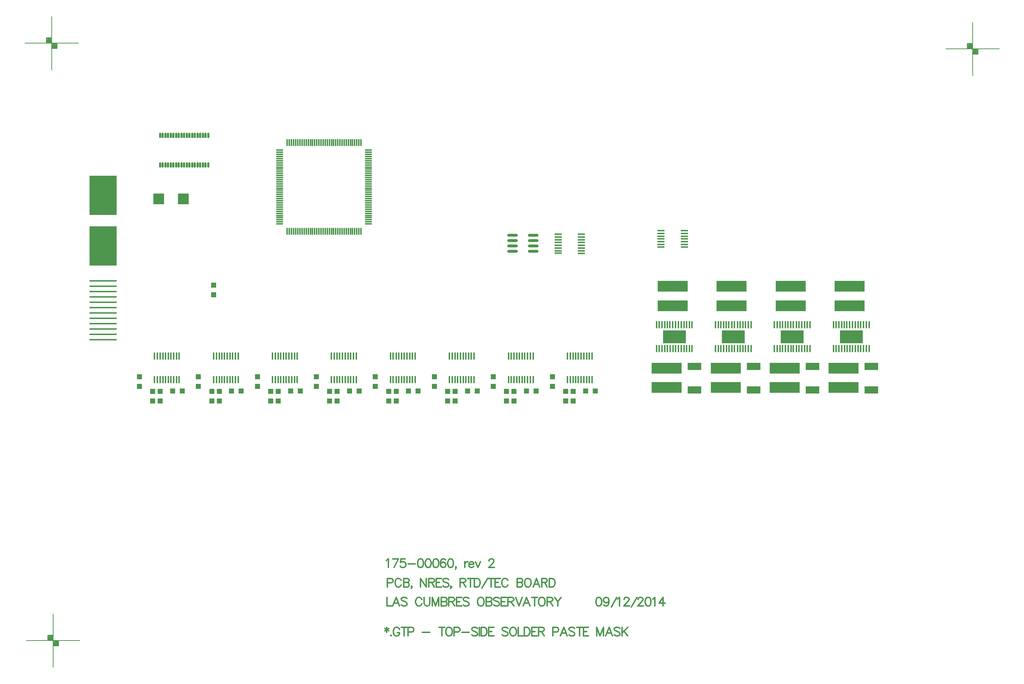
<source format=gtp>
%FSLAX23Y23*%
%MOIN*%
G70*
G01*
G75*
G04 Layer_Color=8421504*
%ADD10R,0.217X0.120*%
%ADD11R,0.012X0.065*%
%ADD12R,0.065X0.012*%
%ADD13O,0.071X0.012*%
%ADD14O,0.012X0.071*%
%ADD15O,0.098X0.028*%
%ADD16R,0.280X0.100*%
%ADD17R,0.100X0.100*%
%ADD18R,0.264X0.030*%
%ADD19R,0.264X0.383*%
G04:AMPARAMS|DCode=20|XSize=17mil|YSize=50mil|CornerRadius=5mil|HoleSize=0mil|Usage=FLASHONLY|Rotation=180.000|XOffset=0mil|YOffset=0mil|HoleType=Round|Shape=RoundedRectangle|*
%AMROUNDEDRECTD20*
21,1,0.017,0.040,0,0,180.0*
21,1,0.007,0.050,0,0,180.0*
1,1,0.010,-0.003,0.020*
1,1,0.010,0.003,0.020*
1,1,0.010,0.003,-0.020*
1,1,0.010,-0.003,-0.020*
%
%ADD20ROUNDEDRECTD20*%
%ADD21R,0.126X0.071*%
%ADD22R,0.050X0.050*%
%ADD23R,0.050X0.050*%
%ADD24C,0.005*%
%ADD25C,0.010*%
%ADD26C,0.030*%
%ADD27C,0.050*%
%ADD28C,0.025*%
%ADD29C,0.012*%
%ADD30C,0.008*%
%ADD31C,0.012*%
%ADD32C,0.012*%
%ADD33C,0.060*%
%ADD34R,0.060X0.060*%
%ADD35C,0.024*%
%ADD36C,0.070*%
%ADD37R,0.115X0.115*%
%ADD38C,0.115*%
%ADD39C,0.080*%
%ADD40C,0.050*%
%ADD41C,0.094*%
%ADD42C,0.079*%
%ADD43R,0.079X0.079*%
%ADD44C,0.059*%
%ADD45R,0.059X0.059*%
%ADD46C,0.020*%
%ADD47C,0.040*%
%ADD48C,0.100*%
G04:AMPARAMS|DCode=49|XSize=90mil|YSize=90mil|CornerRadius=0mil|HoleSize=0mil|Usage=FLASHONLY|Rotation=0.000|XOffset=0mil|YOffset=0mil|HoleType=Round|Shape=Relief|Width=10mil|Gap=10mil|Entries=4|*
%AMTHD49*
7,0,0,0.090,0.070,0.010,45*
%
%ADD49THD49*%
G04:AMPARAMS|DCode=50|XSize=100mil|YSize=100mil|CornerRadius=0mil|HoleSize=0mil|Usage=FLASHONLY|Rotation=0.000|XOffset=0mil|YOffset=0mil|HoleType=Round|Shape=Relief|Width=10mil|Gap=10mil|Entries=4|*
%AMTHD50*
7,0,0,0.100,0.080,0.010,45*
%
%ADD50THD50*%
G04:AMPARAMS|DCode=51|XSize=138mil|YSize=138mil|CornerRadius=0mil|HoleSize=0mil|Usage=FLASHONLY|Rotation=0.000|XOffset=0mil|YOffset=0mil|HoleType=Round|Shape=Relief|Width=10mil|Gap=10mil|Entries=4|*
%AMTHD51*
7,0,0,0.138,0.118,0.010,45*
%
%ADD51THD51*%
%ADD52C,0.118*%
%ADD53C,0.092*%
%ADD54C,0.072*%
%ADD55C,0.134*%
%ADD56C,0.079*%
%ADD57C,0.075*%
G04:AMPARAMS|DCode=58|XSize=107.244mil|YSize=107.244mil|CornerRadius=0mil|HoleSize=0mil|Usage=FLASHONLY|Rotation=0.000|XOffset=0mil|YOffset=0mil|HoleType=Round|Shape=Relief|Width=10mil|Gap=10mil|Entries=4|*
%AMTHD58*
7,0,0,0.107,0.087,0.010,45*
%
%ADD58THD58*%
%ADD59C,0.087*%
G04:AMPARAMS|DCode=60|XSize=112mil|YSize=112mil|CornerRadius=0mil|HoleSize=0mil|Usage=FLASHONLY|Rotation=0.000|XOffset=0mil|YOffset=0mil|HoleType=Round|Shape=Relief|Width=10mil|Gap=10mil|Entries=4|*
%AMTHD60*
7,0,0,0.112,0.092,0.010,45*
%
%ADD60THD60*%
G04:AMPARAMS|DCode=61|XSize=70mil|YSize=70mil|CornerRadius=0mil|HoleSize=0mil|Usage=FLASHONLY|Rotation=0.000|XOffset=0mil|YOffset=0mil|HoleType=Round|Shape=Relief|Width=10mil|Gap=10mil|Entries=4|*
%AMTHD61*
7,0,0,0.070,0.050,0.010,45*
%
%ADD61THD61*%
%ADD62C,0.068*%
G04:AMPARAMS|DCode=63|XSize=88mil|YSize=88mil|CornerRadius=0mil|HoleSize=0mil|Usage=FLASHONLY|Rotation=0.000|XOffset=0mil|YOffset=0mil|HoleType=Round|Shape=Relief|Width=10mil|Gap=10mil|Entries=4|*
%AMTHD63*
7,0,0,0.088,0.068,0.010,45*
%
%ADD63THD63*%
%ADD64C,0.020*%
%ADD65C,0.054*%
G04:AMPARAMS|DCode=66|XSize=92mil|YSize=92mil|CornerRadius=0mil|HoleSize=0mil|Usage=FLASHONLY|Rotation=0.000|XOffset=0mil|YOffset=0mil|HoleType=Round|Shape=Relief|Width=10mil|Gap=10mil|Entries=4|*
%AMTHD66*
7,0,0,0.092,0.072,0.010,45*
%
%ADD66THD66*%
G04:AMPARAMS|DCode=67|XSize=95.433mil|YSize=95.433mil|CornerRadius=0mil|HoleSize=0mil|Usage=FLASHONLY|Rotation=0.000|XOffset=0mil|YOffset=0mil|HoleType=Round|Shape=Relief|Width=10mil|Gap=10mil|Entries=4|*
%AMTHD67*
7,0,0,0.095,0.075,0.010,45*
%
%ADD67THD67*%
%ADD68R,0.045X0.017*%
%ADD69R,0.024X0.037*%
%ADD70O,0.061X0.010*%
%ADD71R,0.017X0.045*%
%ADD72C,0.006*%
%ADD73C,0.010*%
%ADD74C,0.008*%
%ADD75C,0.024*%
%ADD76C,0.010*%
%ADD77C,0.007*%
%ADD78C,0.004*%
%ADD79R,0.222X0.128*%
%ADD80R,0.252X0.018*%
%ADD81R,0.252X0.371*%
D10*
X16244Y11476D02*
D03*
X17898Y11476D02*
D03*
X17346Y11476D02*
D03*
X16795D02*
D03*
D11*
X16078Y11589D02*
D03*
X16103D02*
D03*
X16129D02*
D03*
X16155D02*
D03*
X16178D02*
D03*
X16202D02*
D03*
X16229D02*
D03*
X16255D02*
D03*
X16078Y11364D02*
D03*
X16103D02*
D03*
X16129D02*
D03*
X16155D02*
D03*
X16180D02*
D03*
X16206D02*
D03*
X16231D02*
D03*
X16255D02*
D03*
X16282D02*
D03*
X16308D02*
D03*
X16334D02*
D03*
X16359D02*
D03*
X16385D02*
D03*
X16410D02*
D03*
Y11589D02*
D03*
X16385D02*
D03*
X16359D02*
D03*
X16334D02*
D03*
X16308D02*
D03*
X16282D02*
D03*
X11617Y11294D02*
D03*
X11592D02*
D03*
X11566D02*
D03*
X11540D02*
D03*
X11515D02*
D03*
X11489D02*
D03*
X11464D02*
D03*
X11617Y11075D02*
D03*
X11592D02*
D03*
X11566D02*
D03*
X11540D02*
D03*
X11515D02*
D03*
X11489D02*
D03*
X11464D02*
D03*
X11440D02*
D03*
Y11294D02*
D03*
X11412Y11075D02*
D03*
Y11294D02*
D03*
X11387Y11075D02*
D03*
Y11294D02*
D03*
X17731Y11589D02*
D03*
X17757D02*
D03*
X17782D02*
D03*
X17808D02*
D03*
X17832D02*
D03*
X17855D02*
D03*
X17883D02*
D03*
X17908D02*
D03*
X17731Y11364D02*
D03*
X17757D02*
D03*
X17782D02*
D03*
X17808D02*
D03*
X17834D02*
D03*
X17859D02*
D03*
X17885D02*
D03*
X17908D02*
D03*
X17936D02*
D03*
X17962D02*
D03*
X17987D02*
D03*
X18013D02*
D03*
X18038D02*
D03*
X18064D02*
D03*
Y11589D02*
D03*
X18038D02*
D03*
X18013D02*
D03*
X17987D02*
D03*
X17962D02*
D03*
X17936D02*
D03*
X17180Y11589D02*
D03*
X17206D02*
D03*
X17231D02*
D03*
X17257D02*
D03*
X17281D02*
D03*
X17304D02*
D03*
X17332D02*
D03*
X17357D02*
D03*
X17180Y11364D02*
D03*
X17206D02*
D03*
X17231D02*
D03*
X17257D02*
D03*
X17282D02*
D03*
X17308D02*
D03*
X17334D02*
D03*
X17357D02*
D03*
X17385D02*
D03*
X17410D02*
D03*
X17436D02*
D03*
X17462D02*
D03*
X17487D02*
D03*
X17513D02*
D03*
Y11589D02*
D03*
X17487D02*
D03*
X17462D02*
D03*
X17436D02*
D03*
X17410D02*
D03*
X17385D02*
D03*
X16629D02*
D03*
X16655D02*
D03*
X16680D02*
D03*
X16706D02*
D03*
X16729D02*
D03*
X16753D02*
D03*
X16781D02*
D03*
X16806D02*
D03*
X16629Y11364D02*
D03*
X16655D02*
D03*
X16680D02*
D03*
X16706D02*
D03*
X16731D02*
D03*
X16757D02*
D03*
X16782D02*
D03*
X16806D02*
D03*
X16834D02*
D03*
X16859D02*
D03*
X16885D02*
D03*
X16910D02*
D03*
X16936D02*
D03*
X16962D02*
D03*
Y11589D02*
D03*
X16936D02*
D03*
X16910D02*
D03*
X16885D02*
D03*
X16859D02*
D03*
X16834D02*
D03*
X15450Y11075D02*
D03*
X15373D02*
D03*
X15399D02*
D03*
X15424D02*
D03*
X15475D02*
D03*
Y11294D02*
D03*
X15450D02*
D03*
X15424D02*
D03*
X15399D02*
D03*
X15373D02*
D03*
X15347D02*
D03*
X15322D02*
D03*
X15347Y11075D02*
D03*
X15322D02*
D03*
X15298D02*
D03*
Y11294D02*
D03*
X15271Y11075D02*
D03*
Y11294D02*
D03*
X15245Y11075D02*
D03*
Y11294D02*
D03*
X14847Y11294D02*
D03*
X14873D02*
D03*
X14924D02*
D03*
X14899D02*
D03*
X14822D02*
D03*
X14796D02*
D03*
X14771D02*
D03*
Y11075D02*
D03*
X14747D02*
D03*
Y11294D02*
D03*
X14719Y11075D02*
D03*
Y11294D02*
D03*
X14694Y11075D02*
D03*
Y11294D02*
D03*
X14924Y11075D02*
D03*
X14847D02*
D03*
X14822D02*
D03*
X14796D02*
D03*
X14873D02*
D03*
X14899D02*
D03*
X14373Y11294D02*
D03*
X14347D02*
D03*
X14271D02*
D03*
X14245D02*
D03*
X14219D02*
D03*
Y11075D02*
D03*
X14196D02*
D03*
Y11294D02*
D03*
X14168Y11075D02*
D03*
Y11294D02*
D03*
X14143Y11075D02*
D03*
Y11294D02*
D03*
X14373Y11075D02*
D03*
X14296D02*
D03*
X14271D02*
D03*
X14245D02*
D03*
X14322D02*
D03*
X14347D02*
D03*
X14322Y11294D02*
D03*
X14296D02*
D03*
X13822D02*
D03*
X13796D02*
D03*
X13771D02*
D03*
X13745D02*
D03*
X13719D02*
D03*
X13694D02*
D03*
X13668D02*
D03*
X13822Y11075D02*
D03*
X13796D02*
D03*
X13771D02*
D03*
X13745D02*
D03*
X13719D02*
D03*
X13694D02*
D03*
X13668D02*
D03*
X13645D02*
D03*
Y11294D02*
D03*
X13617Y11075D02*
D03*
Y11294D02*
D03*
X13592Y11075D02*
D03*
Y11294D02*
D03*
X13271D02*
D03*
X13245D02*
D03*
X13219D02*
D03*
X13194D02*
D03*
X13168D02*
D03*
X13143D02*
D03*
X13117D02*
D03*
X13271Y11075D02*
D03*
X13245D02*
D03*
X13219D02*
D03*
X13194D02*
D03*
X13168D02*
D03*
X13143D02*
D03*
X13117D02*
D03*
X13093D02*
D03*
Y11294D02*
D03*
X13066Y11075D02*
D03*
Y11294D02*
D03*
X13040Y11075D02*
D03*
Y11294D02*
D03*
X12668D02*
D03*
X12643D02*
D03*
X12719D02*
D03*
X12694D02*
D03*
X12617D02*
D03*
X12592D02*
D03*
X12566D02*
D03*
X12719Y11075D02*
D03*
X12694D02*
D03*
X12668D02*
D03*
X12643D02*
D03*
X12617D02*
D03*
X12592D02*
D03*
X12566D02*
D03*
X12542D02*
D03*
Y11294D02*
D03*
X12515Y11075D02*
D03*
Y11294D02*
D03*
X12489Y11075D02*
D03*
Y11294D02*
D03*
X12168Y11075D02*
D03*
X12143D02*
D03*
X12040D02*
D03*
X12066D02*
D03*
X12092D02*
D03*
X12117D02*
D03*
X12168Y11294D02*
D03*
X12143D02*
D03*
X12117D02*
D03*
X12092D02*
D03*
X12066D02*
D03*
X12040D02*
D03*
X12015D02*
D03*
Y11075D02*
D03*
X11991D02*
D03*
Y11294D02*
D03*
X11964Y11075D02*
D03*
Y11294D02*
D03*
X11938Y11075D02*
D03*
Y11294D02*
D03*
D12*
X15376Y12255D02*
D03*
Y12408D02*
D03*
Y12434D02*
D03*
Y12280D02*
D03*
X15158Y12257D02*
D03*
Y12280D02*
D03*
Y12306D02*
D03*
Y12332D02*
D03*
Y12357D02*
D03*
Y12383D02*
D03*
Y12408D02*
D03*
Y12434D02*
D03*
X15376Y12383D02*
D03*
Y12359D02*
D03*
Y12332D02*
D03*
Y12306D02*
D03*
X16120Y12467D02*
D03*
Y12442D02*
D03*
Y12416D02*
D03*
Y12391D02*
D03*
Y12365D02*
D03*
Y12339D02*
D03*
Y12314D02*
D03*
X16339Y12467D02*
D03*
Y12442D02*
D03*
Y12416D02*
D03*
Y12391D02*
D03*
Y12365D02*
D03*
Y12339D02*
D03*
Y12314D02*
D03*
D13*
X12556Y13221D02*
D03*
Y13201D02*
D03*
Y13063D02*
D03*
Y12965D02*
D03*
Y12945D02*
D03*
Y12925D02*
D03*
Y12906D02*
D03*
Y12886D02*
D03*
Y12866D02*
D03*
Y12847D02*
D03*
Y12827D02*
D03*
Y12807D02*
D03*
Y12788D02*
D03*
Y12768D02*
D03*
Y12748D02*
D03*
Y12729D02*
D03*
Y12709D02*
D03*
Y12689D02*
D03*
Y12670D02*
D03*
Y12650D02*
D03*
Y12630D02*
D03*
Y12610D02*
D03*
Y12591D02*
D03*
Y12571D02*
D03*
Y12551D02*
D03*
Y12532D02*
D03*
X13387D02*
D03*
Y12551D02*
D03*
Y12571D02*
D03*
Y12591D02*
D03*
Y12610D02*
D03*
Y12630D02*
D03*
Y12650D02*
D03*
Y12670D02*
D03*
Y12689D02*
D03*
Y12709D02*
D03*
Y12729D02*
D03*
Y12748D02*
D03*
Y12768D02*
D03*
Y12788D02*
D03*
Y12807D02*
D03*
Y12827D02*
D03*
Y12847D02*
D03*
Y12866D02*
D03*
Y12886D02*
D03*
Y12906D02*
D03*
Y12925D02*
D03*
Y12945D02*
D03*
Y12965D02*
D03*
Y12984D02*
D03*
Y13004D02*
D03*
Y13024D02*
D03*
Y13044D02*
D03*
Y13063D02*
D03*
Y13083D02*
D03*
Y13103D02*
D03*
Y13122D02*
D03*
Y13142D02*
D03*
Y13162D02*
D03*
Y13181D02*
D03*
Y13201D02*
D03*
Y13221D02*
D03*
X12556Y13181D02*
D03*
Y13083D02*
D03*
Y13044D02*
D03*
Y13024D02*
D03*
Y13004D02*
D03*
Y12984D02*
D03*
Y13103D02*
D03*
Y13122D02*
D03*
Y13142D02*
D03*
Y13162D02*
D03*
D14*
X12903Y12461D02*
D03*
X12883D02*
D03*
X12785D02*
D03*
X12804D02*
D03*
X12824D02*
D03*
X12844D02*
D03*
X12962D02*
D03*
X12903Y13292D02*
D03*
X12883D02*
D03*
X12863D02*
D03*
X12824D02*
D03*
X12647D02*
D03*
X12667D02*
D03*
X12686D02*
D03*
X12726D02*
D03*
X12745D02*
D03*
X12804D02*
D03*
X12923D02*
D03*
X12627Y12461D02*
D03*
X12647D02*
D03*
X12667D02*
D03*
X12686D02*
D03*
X12706D02*
D03*
X12726D02*
D03*
X12745D02*
D03*
X12765D02*
D03*
X12863D02*
D03*
X12923D02*
D03*
X12942D02*
D03*
X12982D02*
D03*
X13001D02*
D03*
X13021D02*
D03*
X13041D02*
D03*
X13060D02*
D03*
X13080D02*
D03*
X13100D02*
D03*
X13119D02*
D03*
X13139D02*
D03*
X13159D02*
D03*
X13178D02*
D03*
X13198D02*
D03*
X13218D02*
D03*
X13237D02*
D03*
X13257D02*
D03*
X13277D02*
D03*
X13297D02*
D03*
X13316D02*
D03*
Y13292D02*
D03*
X13297D02*
D03*
X13277D02*
D03*
X13257D02*
D03*
X13237D02*
D03*
X13218D02*
D03*
X13198D02*
D03*
X13178D02*
D03*
X13159D02*
D03*
X13139D02*
D03*
X13119D02*
D03*
X13100D02*
D03*
X13080D02*
D03*
X13060D02*
D03*
X13041D02*
D03*
X13021D02*
D03*
X13001D02*
D03*
X12982D02*
D03*
X12962D02*
D03*
X12942D02*
D03*
X12844D02*
D03*
X12785D02*
D03*
X12765D02*
D03*
X12706D02*
D03*
X12627D02*
D03*
D15*
X14731Y12426D02*
D03*
Y12376D02*
D03*
Y12326D02*
D03*
Y12276D02*
D03*
X14924Y12426D02*
D03*
Y12376D02*
D03*
Y12326D02*
D03*
Y12276D02*
D03*
D16*
X16228Y11766D02*
D03*
Y11947D02*
D03*
X17827Y11182D02*
D03*
Y11001D02*
D03*
X17276Y11182D02*
D03*
Y11001D02*
D03*
X16724Y11182D02*
D03*
Y11001D02*
D03*
X16173Y11182D02*
D03*
Y11001D02*
D03*
X17882Y11766D02*
D03*
Y11947D02*
D03*
X17331Y11766D02*
D03*
Y11947D02*
D03*
X16780Y11766D02*
D03*
Y11947D02*
D03*
D17*
X11427Y12766D02*
D03*
X11657D02*
D03*
D20*
X11888Y13360D02*
D03*
X11863D02*
D03*
X11838D02*
D03*
X11813D02*
D03*
X11788D02*
D03*
X11763D02*
D03*
X11738D02*
D03*
X11713D02*
D03*
X11688D02*
D03*
X11663D02*
D03*
X11638D02*
D03*
X11613D02*
D03*
X11588D02*
D03*
X11563D02*
D03*
X11538D02*
D03*
X11513D02*
D03*
X11488D02*
D03*
X11463D02*
D03*
X11888Y13082D02*
D03*
X11863D02*
D03*
X11838D02*
D03*
X11813D02*
D03*
X11788D02*
D03*
X11763D02*
D03*
X11738D02*
D03*
X11713D02*
D03*
X11688D02*
D03*
X11663D02*
D03*
X11638D02*
D03*
X11613D02*
D03*
X11588D02*
D03*
X11563D02*
D03*
X11538D02*
D03*
X11513D02*
D03*
X11488D02*
D03*
X11463D02*
D03*
X11438D02*
D03*
Y13360D02*
D03*
D21*
X16433Y11198D02*
D03*
Y10978D02*
D03*
X18087Y11198D02*
D03*
Y10978D02*
D03*
X17535Y11198D02*
D03*
Y10978D02*
D03*
X16984Y11198D02*
D03*
Y10978D02*
D03*
D22*
X15298Y10965D02*
D03*
Y10875D02*
D03*
X14747Y10965D02*
D03*
Y10875D02*
D03*
X14196Y10965D02*
D03*
Y10875D02*
D03*
X13644Y10965D02*
D03*
Y10875D02*
D03*
X13093Y10965D02*
D03*
Y10875D02*
D03*
X12542Y10965D02*
D03*
Y10875D02*
D03*
X11991Y10965D02*
D03*
Y10875D02*
D03*
X11440Y10965D02*
D03*
Y10875D02*
D03*
X15228Y10965D02*
D03*
Y10875D02*
D03*
X14677Y10965D02*
D03*
Y10875D02*
D03*
X14126Y10965D02*
D03*
Y10875D02*
D03*
X13574Y10965D02*
D03*
Y10875D02*
D03*
X13023Y10965D02*
D03*
Y10875D02*
D03*
X12472Y10965D02*
D03*
Y10875D02*
D03*
X11921Y10965D02*
D03*
Y10875D02*
D03*
X11370Y10965D02*
D03*
Y10875D02*
D03*
X15104Y11101D02*
D03*
Y11011D02*
D03*
X14553Y11101D02*
D03*
Y11011D02*
D03*
X14002Y11101D02*
D03*
Y11011D02*
D03*
X13450Y11101D02*
D03*
Y11011D02*
D03*
X12899Y11101D02*
D03*
Y11011D02*
D03*
X12348Y11101D02*
D03*
Y11011D02*
D03*
X11797Y11101D02*
D03*
Y11011D02*
D03*
X11246Y11101D02*
D03*
Y11011D02*
D03*
X11940Y11958D02*
D03*
Y11868D02*
D03*
D23*
X15414Y10969D02*
D03*
X15504D02*
D03*
X14863D02*
D03*
X14953D02*
D03*
X14312D02*
D03*
X14402D02*
D03*
X13760D02*
D03*
X13850D02*
D03*
X13209D02*
D03*
X13299D02*
D03*
X12658D02*
D03*
X12748D02*
D03*
X12107D02*
D03*
X12197D02*
D03*
X11556D02*
D03*
X11646D02*
D03*
D30*
X10394Y14246D02*
X10404D01*
X10394Y14241D02*
Y14251D01*
Y14241D02*
X10404D01*
Y14251D01*
X10394D02*
X10404D01*
X10389Y14236D02*
Y14251D01*
Y14236D02*
X10409D01*
Y14256D01*
X10389D02*
X10409D01*
X10384Y14231D02*
Y14256D01*
Y14231D02*
X10414D01*
Y14261D01*
X10384D02*
X10414D01*
X10379Y14226D02*
Y14266D01*
Y14226D02*
X10419D01*
Y14266D01*
X10379D02*
X10419D01*
X10444Y14196D02*
X10454D01*
X10444Y14191D02*
Y14201D01*
Y14191D02*
X10454D01*
Y14201D01*
X10444D02*
X10454D01*
X10439Y14186D02*
Y14201D01*
Y14186D02*
X10459D01*
Y14206D01*
X10439D02*
X10459D01*
X10434Y14181D02*
Y14206D01*
Y14181D02*
X10464D01*
Y14211D01*
X10434D02*
X10464D01*
X10429Y14176D02*
Y14216D01*
Y14176D02*
X10469D01*
Y14216D01*
X10429D02*
X10469D01*
X10424Y14171D02*
X10474D01*
Y14221D01*
X10374Y14271D02*
X10424D01*
X10374Y14221D02*
Y14271D01*
X10424Y13971D02*
Y14471D01*
X10174Y14221D02*
X10674D01*
X19002Y14192D02*
X19012D01*
X19002Y14187D02*
Y14197D01*
Y14187D02*
X19012D01*
Y14197D01*
X19002D02*
X19012D01*
X18997Y14182D02*
Y14197D01*
Y14182D02*
X19017D01*
Y14202D01*
X18997D02*
X19017D01*
X18992Y14177D02*
Y14202D01*
Y14177D02*
X19022D01*
Y14207D01*
X18992D02*
X19022D01*
X18987Y14172D02*
Y14212D01*
Y14172D02*
X19027D01*
Y14212D01*
X18987D02*
X19027D01*
X19052Y14142D02*
X19062D01*
X19052Y14137D02*
Y14147D01*
Y14137D02*
X19062D01*
Y14147D01*
X19052D02*
X19062D01*
X19047Y14132D02*
Y14147D01*
Y14132D02*
X19067D01*
Y14152D01*
X19047D02*
X19067D01*
X19042Y14127D02*
Y14152D01*
Y14127D02*
X19072D01*
Y14157D01*
X19042D02*
X19072D01*
X19037Y14122D02*
Y14162D01*
Y14122D02*
X19077D01*
Y14162D01*
X19037D02*
X19077D01*
X19032Y14117D02*
X19082D01*
Y14167D01*
X18982Y14217D02*
X19032D01*
X18982Y14167D02*
Y14217D01*
X19032Y13917D02*
Y14417D01*
X18782Y14167D02*
X19282D01*
X10410Y8660D02*
X10420D01*
X10410Y8655D02*
Y8665D01*
Y8655D02*
X10420D01*
Y8665D01*
X10410D02*
X10420D01*
X10405Y8650D02*
Y8665D01*
Y8650D02*
X10425D01*
Y8670D01*
X10405D02*
X10425D01*
X10400Y8645D02*
Y8670D01*
Y8645D02*
X10430D01*
Y8675D01*
X10400D02*
X10430D01*
X10395Y8640D02*
Y8680D01*
Y8640D02*
X10435D01*
Y8680D01*
X10395D02*
X10435D01*
X10460Y8610D02*
X10470D01*
X10460Y8605D02*
Y8615D01*
Y8605D02*
X10470D01*
Y8615D01*
X10460D02*
X10470D01*
X10455Y8600D02*
Y8615D01*
Y8600D02*
X10475D01*
Y8620D01*
X10455D02*
X10475D01*
X10450Y8595D02*
Y8620D01*
Y8595D02*
X10480D01*
Y8625D01*
X10450D02*
X10480D01*
X10445Y8590D02*
Y8630D01*
Y8590D02*
X10485D01*
Y8630D01*
X10445D02*
X10485D01*
X10440Y8585D02*
X10490D01*
Y8635D01*
X10390Y8685D02*
X10440D01*
X10390Y8635D02*
Y8685D01*
X10440Y8385D02*
Y8885D01*
X10190Y8635D02*
X10690D01*
D31*
X13559Y9039D02*
Y8959D01*
X13605D01*
X13674D02*
X13644Y9039D01*
X13613Y8959D01*
X13625Y8985D02*
X13663D01*
X13746Y9027D02*
X13739Y9035D01*
X13727Y9039D01*
X13712D01*
X13701Y9035D01*
X13693Y9027D01*
Y9020D01*
X13697Y9012D01*
X13701Y9008D01*
X13708Y9004D01*
X13731Y8997D01*
X13739Y8993D01*
X13743Y8989D01*
X13746Y8981D01*
Y8970D01*
X13739Y8962D01*
X13727Y8959D01*
X13712D01*
X13701Y8962D01*
X13693Y8970D01*
X13884Y9020D02*
X13880Y9027D01*
X13873Y9035D01*
X13865Y9039D01*
X13850D01*
X13842Y9035D01*
X13835Y9027D01*
X13831Y9020D01*
X13827Y9008D01*
Y8989D01*
X13831Y8978D01*
X13835Y8970D01*
X13842Y8962D01*
X13850Y8959D01*
X13865D01*
X13873Y8962D01*
X13880Y8970D01*
X13884Y8978D01*
X13907Y9039D02*
Y8981D01*
X13911Y8970D01*
X13918Y8962D01*
X13930Y8959D01*
X13937D01*
X13949Y8962D01*
X13956Y8970D01*
X13960Y8981D01*
Y9039D01*
X13982D02*
Y8959D01*
Y9039D02*
X14013Y8959D01*
X14043Y9039D02*
X14013Y8959D01*
X14043Y9039D02*
Y8959D01*
X14066Y9039D02*
Y8959D01*
Y9039D02*
X14100D01*
X14112Y9035D01*
X14115Y9031D01*
X14119Y9023D01*
Y9016D01*
X14115Y9008D01*
X14112Y9004D01*
X14100Y9000D01*
X14066D02*
X14100D01*
X14112Y8997D01*
X14115Y8993D01*
X14119Y8985D01*
Y8974D01*
X14115Y8966D01*
X14112Y8962D01*
X14100Y8959D01*
X14066D01*
X14137Y9039D02*
Y8959D01*
Y9039D02*
X14171D01*
X14183Y9035D01*
X14187Y9031D01*
X14191Y9023D01*
Y9016D01*
X14187Y9008D01*
X14183Y9004D01*
X14171Y9000D01*
X14137D01*
X14164D02*
X14191Y8959D01*
X14258Y9039D02*
X14208D01*
Y8959D01*
X14258D01*
X14208Y9000D02*
X14239D01*
X14325Y9027D02*
X14317Y9035D01*
X14306Y9039D01*
X14290D01*
X14279Y9035D01*
X14271Y9027D01*
Y9020D01*
X14275Y9012D01*
X14279Y9008D01*
X14286Y9004D01*
X14309Y8997D01*
X14317Y8993D01*
X14321Y8989D01*
X14325Y8981D01*
Y8970D01*
X14317Y8962D01*
X14306Y8959D01*
X14290D01*
X14279Y8962D01*
X14271Y8970D01*
X14428Y9039D02*
X14421Y9035D01*
X14413Y9027D01*
X14409Y9020D01*
X14405Y9008D01*
Y8989D01*
X14409Y8978D01*
X14413Y8970D01*
X14421Y8962D01*
X14428Y8959D01*
X14443D01*
X14451Y8962D01*
X14459Y8970D01*
X14462Y8978D01*
X14466Y8989D01*
Y9008D01*
X14462Y9020D01*
X14459Y9027D01*
X14451Y9035D01*
X14443Y9039D01*
X14428D01*
X14485D02*
Y8959D01*
Y9039D02*
X14519D01*
X14531Y9035D01*
X14534Y9031D01*
X14538Y9023D01*
Y9016D01*
X14534Y9008D01*
X14531Y9004D01*
X14519Y9000D01*
X14485D02*
X14519D01*
X14531Y8997D01*
X14534Y8993D01*
X14538Y8985D01*
Y8974D01*
X14534Y8966D01*
X14531Y8962D01*
X14519Y8959D01*
X14485D01*
X14609Y9027D02*
X14602Y9035D01*
X14590Y9039D01*
X14575D01*
X14564Y9035D01*
X14556Y9027D01*
Y9020D01*
X14560Y9012D01*
X14564Y9008D01*
X14571Y9004D01*
X14594Y8997D01*
X14602Y8993D01*
X14606Y8989D01*
X14609Y8981D01*
Y8970D01*
X14602Y8962D01*
X14590Y8959D01*
X14575D01*
X14564Y8962D01*
X14556Y8970D01*
X14677Y9039D02*
X14627D01*
Y8959D01*
X14677D01*
X14627Y9000D02*
X14658D01*
X14690Y9039D02*
Y8959D01*
Y9039D02*
X14724D01*
X14736Y9035D01*
X14740Y9031D01*
X14744Y9023D01*
Y9016D01*
X14740Y9008D01*
X14736Y9004D01*
X14724Y9000D01*
X14690D01*
X14717D02*
X14744Y8959D01*
X14761Y9039D02*
X14792Y8959D01*
X14822Y9039D02*
X14792Y8959D01*
X14894D02*
X14863Y9039D01*
X14833Y8959D01*
X14844Y8985D02*
X14882D01*
X14939Y9039D02*
Y8959D01*
X14912Y9039D02*
X14966D01*
X14998D02*
X14990Y9035D01*
X14983Y9027D01*
X14979Y9020D01*
X14975Y9008D01*
Y8989D01*
X14979Y8978D01*
X14983Y8970D01*
X14990Y8962D01*
X14998Y8959D01*
X15013D01*
X15021Y8962D01*
X15028Y8970D01*
X15032Y8978D01*
X15036Y8989D01*
Y9008D01*
X15032Y9020D01*
X15028Y9027D01*
X15021Y9035D01*
X15013Y9039D01*
X14998D01*
X15055D02*
Y8959D01*
Y9039D02*
X15089D01*
X15100Y9035D01*
X15104Y9031D01*
X15108Y9023D01*
Y9016D01*
X15104Y9008D01*
X15100Y9004D01*
X15089Y9000D01*
X15055D01*
X15081D02*
X15108Y8959D01*
X15126Y9039D02*
X15156Y9000D01*
Y8959D01*
X15187Y9039D02*
X15156Y9000D01*
X15534Y9039D02*
X15523Y9035D01*
X15515Y9023D01*
X15511Y9004D01*
Y8993D01*
X15515Y8974D01*
X15523Y8962D01*
X15534Y8959D01*
X15542D01*
X15553Y8962D01*
X15561Y8974D01*
X15565Y8993D01*
Y9004D01*
X15561Y9023D01*
X15553Y9035D01*
X15542Y9039D01*
X15534D01*
X15632Y9012D02*
X15628Y9000D01*
X15621Y8993D01*
X15609Y8989D01*
X15605D01*
X15594Y8993D01*
X15586Y9000D01*
X15583Y9012D01*
Y9016D01*
X15586Y9027D01*
X15594Y9035D01*
X15605Y9039D01*
X15609D01*
X15621Y9035D01*
X15628Y9027D01*
X15632Y9012D01*
Y8993D01*
X15628Y8974D01*
X15621Y8962D01*
X15609Y8959D01*
X15602D01*
X15590Y8962D01*
X15586Y8970D01*
X15654Y8947D02*
X15707Y9039D01*
X15712Y9023D02*
X15720Y9027D01*
X15732Y9039D01*
Y8959D01*
X15775Y9020D02*
Y9023D01*
X15779Y9031D01*
X15783Y9035D01*
X15790Y9039D01*
X15805D01*
X15813Y9035D01*
X15817Y9031D01*
X15821Y9023D01*
Y9016D01*
X15817Y9008D01*
X15809Y8997D01*
X15771Y8959D01*
X15824D01*
X15842Y8947D02*
X15896Y9039D01*
X15905Y9020D02*
Y9023D01*
X15909Y9031D01*
X15912Y9035D01*
X15920Y9039D01*
X15935D01*
X15943Y9035D01*
X15947Y9031D01*
X15951Y9023D01*
Y9016D01*
X15947Y9008D01*
X15939Y8997D01*
X15901Y8959D01*
X15954D01*
X15995Y9039D02*
X15984Y9035D01*
X15976Y9023D01*
X15972Y9004D01*
Y8993D01*
X15976Y8974D01*
X15984Y8962D01*
X15995Y8959D01*
X16003D01*
X16014Y8962D01*
X16022Y8974D01*
X16026Y8993D01*
Y9004D01*
X16022Y9023D01*
X16014Y9035D01*
X16003Y9039D01*
X15995D01*
X16043Y9023D02*
X16051Y9027D01*
X16062Y9039D01*
Y8959D01*
X16140Y9039D02*
X16102Y8985D01*
X16159D01*
X16140Y9039D02*
Y8959D01*
D32*
X13557Y8758D02*
Y8712D01*
X13538Y8747D02*
X13576Y8724D01*
Y8747D02*
X13538Y8724D01*
X13596Y8686D02*
X13592Y8682D01*
X13596Y8678D01*
X13600Y8682D01*
X13596Y8686D01*
X13675Y8739D02*
X13671Y8747D01*
X13663Y8754D01*
X13656Y8758D01*
X13640D01*
X13633Y8754D01*
X13625Y8747D01*
X13621Y8739D01*
X13618Y8728D01*
Y8708D01*
X13621Y8697D01*
X13625Y8689D01*
X13633Y8682D01*
X13640Y8678D01*
X13656D01*
X13663Y8682D01*
X13671Y8689D01*
X13675Y8697D01*
Y8708D01*
X13656D02*
X13675D01*
X13720Y8758D02*
Y8678D01*
X13693Y8758D02*
X13746D01*
X13756Y8716D02*
X13790D01*
X13802Y8720D01*
X13805Y8724D01*
X13809Y8731D01*
Y8743D01*
X13805Y8750D01*
X13802Y8754D01*
X13790Y8758D01*
X13756D01*
Y8678D01*
X13890Y8712D02*
X13958D01*
X14072Y8758D02*
Y8678D01*
X14045Y8758D02*
X14098D01*
X14131D02*
X14123Y8754D01*
X14115Y8747D01*
X14112Y8739D01*
X14108Y8728D01*
Y8708D01*
X14112Y8697D01*
X14115Y8689D01*
X14123Y8682D01*
X14131Y8678D01*
X14146D01*
X14153Y8682D01*
X14161Y8689D01*
X14165Y8697D01*
X14169Y8708D01*
Y8728D01*
X14165Y8739D01*
X14161Y8747D01*
X14153Y8754D01*
X14146Y8758D01*
X14131D01*
X14187Y8716D02*
X14222D01*
X14233Y8720D01*
X14237Y8724D01*
X14241Y8731D01*
Y8743D01*
X14237Y8750D01*
X14233Y8754D01*
X14222Y8758D01*
X14187D01*
Y8678D01*
X14259Y8712D02*
X14327D01*
X14404Y8747D02*
X14396Y8754D01*
X14385Y8758D01*
X14370D01*
X14358Y8754D01*
X14351Y8747D01*
Y8739D01*
X14355Y8731D01*
X14358Y8728D01*
X14366Y8724D01*
X14389Y8716D01*
X14396Y8712D01*
X14400Y8708D01*
X14404Y8701D01*
Y8689D01*
X14396Y8682D01*
X14385Y8678D01*
X14370D01*
X14358Y8682D01*
X14351Y8689D01*
X14422Y8758D02*
Y8678D01*
X14439Y8758D02*
Y8678D01*
Y8758D02*
X14465D01*
X14477Y8754D01*
X14484Y8747D01*
X14488Y8739D01*
X14492Y8728D01*
Y8708D01*
X14488Y8697D01*
X14484Y8689D01*
X14477Y8682D01*
X14465Y8678D01*
X14439D01*
X14559Y8758D02*
X14510D01*
Y8678D01*
X14559D01*
X14510Y8720D02*
X14540D01*
X14689Y8747D02*
X14681Y8754D01*
X14670Y8758D01*
X14655D01*
X14643Y8754D01*
X14636Y8747D01*
Y8739D01*
X14639Y8731D01*
X14643Y8728D01*
X14651Y8724D01*
X14674Y8716D01*
X14681Y8712D01*
X14685Y8708D01*
X14689Y8701D01*
Y8689D01*
X14681Y8682D01*
X14670Y8678D01*
X14655D01*
X14643Y8682D01*
X14636Y8689D01*
X14730Y8758D02*
X14722Y8754D01*
X14715Y8747D01*
X14711Y8739D01*
X14707Y8728D01*
Y8708D01*
X14711Y8697D01*
X14715Y8689D01*
X14722Y8682D01*
X14730Y8678D01*
X14745D01*
X14753Y8682D01*
X14760Y8689D01*
X14764Y8697D01*
X14768Y8708D01*
Y8728D01*
X14764Y8739D01*
X14760Y8747D01*
X14753Y8754D01*
X14745Y8758D01*
X14730D01*
X14786D02*
Y8678D01*
X14832D01*
X14841Y8758D02*
Y8678D01*
Y8758D02*
X14868D01*
X14879Y8754D01*
X14887Y8747D01*
X14890Y8739D01*
X14894Y8728D01*
Y8708D01*
X14890Y8697D01*
X14887Y8689D01*
X14879Y8682D01*
X14868Y8678D01*
X14841D01*
X14962Y8758D02*
X14912D01*
Y8678D01*
X14962D01*
X14912Y8720D02*
X14943D01*
X14975Y8758D02*
Y8678D01*
Y8758D02*
X15009D01*
X15021Y8754D01*
X15025Y8750D01*
X15028Y8743D01*
Y8735D01*
X15025Y8728D01*
X15021Y8724D01*
X15009Y8720D01*
X14975D01*
X15002D02*
X15028Y8678D01*
X15109Y8716D02*
X15143D01*
X15155Y8720D01*
X15159Y8724D01*
X15162Y8731D01*
Y8743D01*
X15159Y8750D01*
X15155Y8754D01*
X15143Y8758D01*
X15109D01*
Y8678D01*
X15241D02*
X15211Y8758D01*
X15180Y8678D01*
X15192Y8705D02*
X15230D01*
X15313Y8747D02*
X15306Y8754D01*
X15294Y8758D01*
X15279D01*
X15268Y8754D01*
X15260Y8747D01*
Y8739D01*
X15264Y8731D01*
X15268Y8728D01*
X15275Y8724D01*
X15298Y8716D01*
X15306Y8712D01*
X15309Y8708D01*
X15313Y8701D01*
Y8689D01*
X15306Y8682D01*
X15294Y8678D01*
X15279D01*
X15268Y8682D01*
X15260Y8689D01*
X15358Y8758D02*
Y8678D01*
X15331Y8758D02*
X15384D01*
X15443D02*
X15394D01*
Y8678D01*
X15443D01*
X15394Y8720D02*
X15424D01*
X15520Y8758D02*
Y8678D01*
Y8758D02*
X15550Y8678D01*
X15581Y8758D02*
X15550Y8678D01*
X15581Y8758D02*
Y8678D01*
X15664D02*
X15634Y8758D01*
X15603Y8678D01*
X15615Y8705D02*
X15653D01*
X15736Y8747D02*
X15729Y8754D01*
X15717Y8758D01*
X15702D01*
X15691Y8754D01*
X15683Y8747D01*
Y8739D01*
X15687Y8731D01*
X15691Y8728D01*
X15698Y8724D01*
X15721Y8716D01*
X15729Y8712D01*
X15733Y8708D01*
X15736Y8701D01*
Y8689D01*
X15729Y8682D01*
X15717Y8678D01*
X15702D01*
X15691Y8682D01*
X15683Y8689D01*
X15754Y8758D02*
Y8678D01*
X15808Y8758D02*
X15754Y8705D01*
X15773Y8724D02*
X15808Y8678D01*
X13553Y9383D02*
X13560Y9387D01*
X13572Y9398D01*
Y9318D01*
X13665Y9398D02*
X13627Y9318D01*
X13611Y9398D02*
X13665D01*
X13728D02*
X13690D01*
X13686Y9364D01*
X13690Y9368D01*
X13702Y9372D01*
X13713D01*
X13725Y9368D01*
X13732Y9360D01*
X13736Y9349D01*
Y9341D01*
X13732Y9330D01*
X13725Y9322D01*
X13713Y9318D01*
X13702D01*
X13690Y9322D01*
X13686Y9326D01*
X13683Y9333D01*
X13754Y9352D02*
X13822D01*
X13869Y9398D02*
X13857Y9394D01*
X13850Y9383D01*
X13846Y9364D01*
Y9352D01*
X13850Y9333D01*
X13857Y9322D01*
X13869Y9318D01*
X13876D01*
X13888Y9322D01*
X13896Y9333D01*
X13899Y9352D01*
Y9364D01*
X13896Y9383D01*
X13888Y9394D01*
X13876Y9398D01*
X13869D01*
X13940D02*
X13929Y9394D01*
X13921Y9383D01*
X13917Y9364D01*
Y9352D01*
X13921Y9333D01*
X13929Y9322D01*
X13940Y9318D01*
X13948D01*
X13959Y9322D01*
X13967Y9333D01*
X13971Y9352D01*
Y9364D01*
X13967Y9383D01*
X13959Y9394D01*
X13948Y9398D01*
X13940D01*
X14011D02*
X14000Y9394D01*
X13992Y9383D01*
X13988Y9364D01*
Y9352D01*
X13992Y9333D01*
X14000Y9322D01*
X14011Y9318D01*
X14019D01*
X14030Y9322D01*
X14038Y9333D01*
X14042Y9352D01*
Y9364D01*
X14038Y9383D01*
X14030Y9394D01*
X14019Y9398D01*
X14011D01*
X14105Y9387D02*
X14102Y9394D01*
X14090Y9398D01*
X14083D01*
X14071Y9394D01*
X14063Y9383D01*
X14060Y9364D01*
Y9345D01*
X14063Y9330D01*
X14071Y9322D01*
X14083Y9318D01*
X14086D01*
X14098Y9322D01*
X14105Y9330D01*
X14109Y9341D01*
Y9345D01*
X14105Y9356D01*
X14098Y9364D01*
X14086Y9368D01*
X14083D01*
X14071Y9364D01*
X14063Y9356D01*
X14060Y9345D01*
X14150Y9398D02*
X14138Y9394D01*
X14131Y9383D01*
X14127Y9364D01*
Y9352D01*
X14131Y9333D01*
X14138Y9322D01*
X14150Y9318D01*
X14157D01*
X14169Y9322D01*
X14176Y9333D01*
X14180Y9352D01*
Y9364D01*
X14176Y9383D01*
X14169Y9394D01*
X14157Y9398D01*
X14150D01*
X14206Y9322D02*
X14202Y9318D01*
X14198Y9322D01*
X14202Y9326D01*
X14206Y9322D01*
Y9314D01*
X14202Y9307D01*
X14198Y9303D01*
X14286Y9372D02*
Y9318D01*
Y9349D02*
X14290Y9360D01*
X14297Y9368D01*
X14305Y9372D01*
X14316D01*
X14324Y9349D02*
X14369D01*
Y9356D01*
X14366Y9364D01*
X14362Y9368D01*
X14354Y9372D01*
X14343D01*
X14335Y9368D01*
X14327Y9360D01*
X14324Y9349D01*
Y9341D01*
X14327Y9330D01*
X14335Y9322D01*
X14343Y9318D01*
X14354D01*
X14362Y9322D01*
X14369Y9330D01*
X14386Y9372D02*
X14409Y9318D01*
X14432Y9372D02*
X14409Y9318D01*
X14512Y9379D02*
Y9383D01*
X14516Y9391D01*
X14519Y9394D01*
X14527Y9398D01*
X14542D01*
X14550Y9394D01*
X14554Y9391D01*
X14557Y9383D01*
Y9375D01*
X14554Y9368D01*
X14546Y9356D01*
X14508Y9318D01*
X14561D01*
X13563Y9174D02*
X13597D01*
X13608Y9178D01*
X13612Y9182D01*
X13616Y9190D01*
Y9201D01*
X13612Y9209D01*
X13608Y9212D01*
X13597Y9216D01*
X13563D01*
Y9136D01*
X13691Y9197D02*
X13687Y9205D01*
X13680Y9212D01*
X13672Y9216D01*
X13657D01*
X13649Y9212D01*
X13642Y9205D01*
X13638Y9197D01*
X13634Y9186D01*
Y9167D01*
X13638Y9155D01*
X13642Y9148D01*
X13649Y9140D01*
X13657Y9136D01*
X13672D01*
X13680Y9140D01*
X13687Y9148D01*
X13691Y9155D01*
X13714Y9216D02*
Y9136D01*
Y9216D02*
X13748D01*
X13759Y9212D01*
X13763Y9209D01*
X13767Y9201D01*
Y9193D01*
X13763Y9186D01*
X13759Y9182D01*
X13748Y9178D01*
X13714D02*
X13748D01*
X13759Y9174D01*
X13763Y9170D01*
X13767Y9163D01*
Y9151D01*
X13763Y9144D01*
X13759Y9140D01*
X13748Y9136D01*
X13714D01*
X13792Y9140D02*
X13789Y9136D01*
X13785Y9140D01*
X13789Y9144D01*
X13792Y9140D01*
Y9132D01*
X13789Y9125D01*
X13785Y9121D01*
X13873Y9216D02*
Y9136D01*
Y9216D02*
X13926Y9136D01*
Y9216D02*
Y9136D01*
X13948Y9216D02*
Y9136D01*
Y9216D02*
X13982D01*
X13994Y9212D01*
X13998Y9209D01*
X14001Y9201D01*
Y9193D01*
X13998Y9186D01*
X13994Y9182D01*
X13982Y9178D01*
X13948D01*
X13975D02*
X14001Y9136D01*
X14069Y9216D02*
X14019D01*
Y9136D01*
X14069D01*
X14019Y9178D02*
X14050D01*
X14136Y9205D02*
X14128Y9212D01*
X14117Y9216D01*
X14101D01*
X14090Y9212D01*
X14082Y9205D01*
Y9197D01*
X14086Y9190D01*
X14090Y9186D01*
X14097Y9182D01*
X14120Y9174D01*
X14128Y9170D01*
X14132Y9167D01*
X14136Y9159D01*
Y9148D01*
X14128Y9140D01*
X14117Y9136D01*
X14101D01*
X14090Y9140D01*
X14082Y9148D01*
X14161Y9140D02*
X14157Y9136D01*
X14153Y9140D01*
X14157Y9144D01*
X14161Y9140D01*
Y9132D01*
X14157Y9125D01*
X14153Y9121D01*
X14241Y9216D02*
Y9136D01*
Y9216D02*
X14276D01*
X14287Y9212D01*
X14291Y9209D01*
X14295Y9201D01*
Y9193D01*
X14291Y9186D01*
X14287Y9182D01*
X14276Y9178D01*
X14241D01*
X14268D02*
X14295Y9136D01*
X14339Y9216D02*
Y9136D01*
X14313Y9216D02*
X14366D01*
X14376D02*
Y9136D01*
Y9216D02*
X14402D01*
X14414Y9212D01*
X14421Y9205D01*
X14425Y9197D01*
X14429Y9186D01*
Y9167D01*
X14425Y9155D01*
X14421Y9148D01*
X14414Y9140D01*
X14402Y9136D01*
X14376D01*
X14447Y9125D02*
X14500Y9216D01*
X14532D02*
Y9136D01*
X14505Y9216D02*
X14559D01*
X14618D02*
X14568D01*
Y9136D01*
X14618D01*
X14568Y9178D02*
X14599D01*
X14688Y9197D02*
X14684Y9205D01*
X14677Y9212D01*
X14669Y9216D01*
X14654D01*
X14646Y9212D01*
X14639Y9205D01*
X14635Y9197D01*
X14631Y9186D01*
Y9167D01*
X14635Y9155D01*
X14639Y9148D01*
X14646Y9140D01*
X14654Y9136D01*
X14669D01*
X14677Y9140D01*
X14684Y9148D01*
X14688Y9155D01*
X14774Y9216D02*
Y9136D01*
Y9216D02*
X14808D01*
X14819Y9212D01*
X14823Y9209D01*
X14827Y9201D01*
Y9193D01*
X14823Y9186D01*
X14819Y9182D01*
X14808Y9178D01*
X14774D02*
X14808D01*
X14819Y9174D01*
X14823Y9170D01*
X14827Y9163D01*
Y9151D01*
X14823Y9144D01*
X14819Y9140D01*
X14808Y9136D01*
X14774D01*
X14868Y9216D02*
X14860Y9212D01*
X14852Y9205D01*
X14849Y9197D01*
X14845Y9186D01*
Y9167D01*
X14849Y9155D01*
X14852Y9148D01*
X14860Y9140D01*
X14868Y9136D01*
X14883D01*
X14890Y9140D01*
X14898Y9148D01*
X14902Y9155D01*
X14906Y9167D01*
Y9186D01*
X14902Y9197D01*
X14898Y9205D01*
X14890Y9212D01*
X14883Y9216D01*
X14868D01*
X14985Y9136D02*
X14955Y9216D01*
X14924Y9136D01*
X14936Y9163D02*
X14974D01*
X15004Y9216D02*
Y9136D01*
Y9216D02*
X15038D01*
X15050Y9212D01*
X15053Y9209D01*
X15057Y9201D01*
Y9193D01*
X15053Y9186D01*
X15050Y9182D01*
X15038Y9178D01*
X15004D01*
X15031D02*
X15057Y9136D01*
X15075Y9216D02*
Y9136D01*
Y9216D02*
X15102D01*
X15113Y9212D01*
X15121Y9205D01*
X15125Y9197D01*
X15128Y9186D01*
Y9167D01*
X15125Y9155D01*
X15121Y9148D01*
X15113Y9140D01*
X15102Y9136D01*
X15075D01*
D80*
X10907Y11550D02*
D03*
Y11600D02*
D03*
Y12000D02*
D03*
Y11950D02*
D03*
Y11900D02*
D03*
Y11850D02*
D03*
Y11800D02*
D03*
Y11750D02*
D03*
Y11700D02*
D03*
Y11650D02*
D03*
Y11500D02*
D03*
Y11450D02*
D03*
D81*
Y12798D02*
D03*
Y12325D02*
D03*
M02*

</source>
